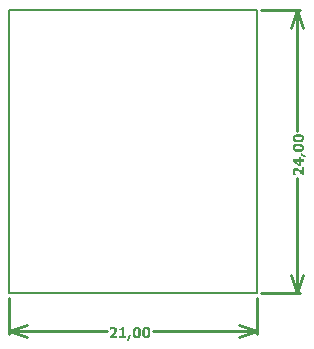
<source format=gm1>
G04*
G04 #@! TF.GenerationSoftware,Altium Limited,Altium Designer,19.1.8 (144)*
G04*
G04 Layer_Color=16711935*
%FSLAX25Y25*%
%MOIN*%
G70*
G01*
G75*
%ADD11C,0.00787*%
%ADD36C,0.01000*%
G36*
X96617Y53069D02*
X96672D01*
X96727Y53064D01*
X96857Y53054D01*
X96992Y53039D01*
X97137Y53019D01*
X97272Y52994D01*
X97277D01*
X97287Y52989D01*
X97307Y52984D01*
X97332Y52979D01*
X97362Y52974D01*
X97397Y52964D01*
X97477Y52934D01*
X97567Y52904D01*
X97667Y52859D01*
X97762Y52814D01*
X97857Y52754D01*
X97862D01*
X97867Y52749D01*
X97897Y52724D01*
X97937Y52689D01*
X97987Y52639D01*
X98047Y52579D01*
X98107Y52504D01*
X98162Y52419D01*
X98212Y52324D01*
Y52319D01*
X98217Y52314D01*
X98222Y52299D01*
X98232Y52279D01*
X98242Y52254D01*
X98252Y52224D01*
X98272Y52144D01*
X98292Y52054D01*
X98312Y51944D01*
X98327Y51819D01*
X98332Y51679D01*
Y51614D01*
X98327Y51584D01*
Y51544D01*
X98317Y51454D01*
X98302Y51354D01*
X98282Y51249D01*
X98252Y51139D01*
X98212Y51034D01*
Y51029D01*
X98207Y51024D01*
X98197Y51009D01*
X98187Y50989D01*
X98162Y50944D01*
X98122Y50879D01*
X98072Y50814D01*
X98007Y50739D01*
X97937Y50669D01*
X97852Y50604D01*
X97847D01*
X97842Y50599D01*
X97827Y50589D01*
X97812Y50579D01*
X97757Y50549D01*
X97692Y50514D01*
X97607Y50474D01*
X97507Y50434D01*
X97392Y50394D01*
X97267Y50364D01*
X97262D01*
X97252Y50359D01*
X97232D01*
X97207Y50354D01*
X97172Y50349D01*
X97132Y50339D01*
X97087Y50334D01*
X97032Y50329D01*
X96977Y50319D01*
X96912Y50314D01*
X96777Y50299D01*
X96622Y50294D01*
X96452Y50289D01*
X96447D01*
X96432D01*
X96407D01*
X96372D01*
X96332D01*
X96282Y50294D01*
X96227D01*
X96167Y50299D01*
X96042Y50304D01*
X95902Y50319D01*
X95767Y50334D01*
X95632Y50359D01*
X95627D01*
X95617Y50364D01*
X95597Y50369D01*
X95577Y50374D01*
X95547Y50384D01*
X95512Y50394D01*
X95432Y50419D01*
X95342Y50454D01*
X95242Y50494D01*
X95142Y50549D01*
X95047Y50609D01*
X95042D01*
X95037Y50619D01*
X95007Y50639D01*
X94967Y50679D01*
X94912Y50729D01*
X94852Y50789D01*
X94792Y50864D01*
X94737Y50949D01*
X94687Y51044D01*
Y51049D01*
X94682Y51054D01*
X94677Y51069D01*
X94667Y51089D01*
X94657Y51119D01*
X94647Y51149D01*
X94627Y51224D01*
X94607Y51314D01*
X94587Y51424D01*
X94572Y51544D01*
X94567Y51679D01*
Y51744D01*
X94572Y51779D01*
Y51814D01*
X94582Y51909D01*
X94597Y52009D01*
X94622Y52119D01*
X94652Y52229D01*
X94692Y52329D01*
Y52334D01*
X94697Y52339D01*
X94707Y52354D01*
X94717Y52374D01*
X94742Y52419D01*
X94782Y52479D01*
X94837Y52549D01*
X94897Y52619D01*
X94972Y52694D01*
X95057Y52759D01*
X95062D01*
X95067Y52764D01*
X95082Y52774D01*
X95102Y52784D01*
X95152Y52814D01*
X95222Y52849D01*
X95307Y52889D01*
X95407Y52929D01*
X95522Y52969D01*
X95647Y52999D01*
X95652D01*
X95662Y53004D01*
X95682D01*
X95707Y53009D01*
X95742Y53019D01*
X95782Y53024D01*
X95827Y53029D01*
X95877Y53039D01*
X95937Y53044D01*
X95997Y53049D01*
X96132Y53064D01*
X96287Y53069D01*
X96452Y53074D01*
X96457D01*
X96472D01*
X96497D01*
X96532D01*
X96572D01*
X96617Y53069D01*
D02*
G37*
G36*
Y49904D02*
X96672D01*
X96727Y49899D01*
X96857Y49889D01*
X96992Y49874D01*
X97137Y49854D01*
X97272Y49829D01*
X97277D01*
X97287Y49824D01*
X97307Y49819D01*
X97332Y49814D01*
X97362Y49809D01*
X97397Y49799D01*
X97477Y49769D01*
X97567Y49739D01*
X97667Y49694D01*
X97762Y49649D01*
X97857Y49589D01*
X97862D01*
X97867Y49584D01*
X97897Y49559D01*
X97937Y49524D01*
X97987Y49474D01*
X98047Y49414D01*
X98107Y49339D01*
X98162Y49254D01*
X98212Y49159D01*
Y49154D01*
X98217Y49149D01*
X98222Y49134D01*
X98232Y49114D01*
X98242Y49089D01*
X98252Y49059D01*
X98272Y48979D01*
X98292Y48889D01*
X98312Y48779D01*
X98327Y48654D01*
X98332Y48514D01*
Y48449D01*
X98327Y48419D01*
Y48379D01*
X98317Y48289D01*
X98302Y48189D01*
X98282Y48084D01*
X98252Y47974D01*
X98212Y47869D01*
Y47864D01*
X98207Y47859D01*
X98197Y47844D01*
X98187Y47824D01*
X98162Y47779D01*
X98122Y47714D01*
X98072Y47649D01*
X98007Y47574D01*
X97937Y47504D01*
X97852Y47439D01*
X97847D01*
X97842Y47434D01*
X97827Y47424D01*
X97812Y47414D01*
X97757Y47384D01*
X97692Y47349D01*
X97607Y47309D01*
X97507Y47269D01*
X97392Y47229D01*
X97267Y47199D01*
X97262D01*
X97252Y47194D01*
X97232D01*
X97207Y47189D01*
X97172Y47184D01*
X97132Y47174D01*
X97087Y47169D01*
X97032Y47164D01*
X96977Y47154D01*
X96912Y47149D01*
X96777Y47134D01*
X96622Y47129D01*
X96452Y47124D01*
X96447D01*
X96432D01*
X96407D01*
X96372D01*
X96332D01*
X96282Y47129D01*
X96227D01*
X96167Y47134D01*
X96042Y47139D01*
X95902Y47154D01*
X95767Y47169D01*
X95632Y47194D01*
X95627D01*
X95617Y47199D01*
X95597Y47204D01*
X95577Y47209D01*
X95547Y47219D01*
X95512Y47229D01*
X95432Y47254D01*
X95342Y47289D01*
X95242Y47329D01*
X95142Y47384D01*
X95047Y47444D01*
X95042D01*
X95037Y47454D01*
X95007Y47474D01*
X94967Y47514D01*
X94912Y47564D01*
X94852Y47624D01*
X94792Y47699D01*
X94737Y47784D01*
X94687Y47879D01*
Y47884D01*
X94682Y47889D01*
X94677Y47904D01*
X94667Y47924D01*
X94657Y47954D01*
X94647Y47984D01*
X94627Y48059D01*
X94607Y48149D01*
X94587Y48259D01*
X94572Y48379D01*
X94567Y48514D01*
Y48579D01*
X94572Y48614D01*
Y48649D01*
X94582Y48744D01*
X94597Y48844D01*
X94622Y48954D01*
X94652Y49064D01*
X94692Y49164D01*
Y49169D01*
X94697Y49174D01*
X94707Y49189D01*
X94717Y49209D01*
X94742Y49254D01*
X94782Y49314D01*
X94837Y49384D01*
X94897Y49454D01*
X94972Y49529D01*
X95057Y49594D01*
X95062D01*
X95067Y49599D01*
X95082Y49609D01*
X95102Y49619D01*
X95152Y49649D01*
X95222Y49684D01*
X95307Y49724D01*
X95407Y49764D01*
X95522Y49804D01*
X95647Y49834D01*
X95652D01*
X95662Y49839D01*
X95682D01*
X95707Y49844D01*
X95742Y49854D01*
X95782Y49859D01*
X95827Y49864D01*
X95877Y49874D01*
X95937Y49879D01*
X95997Y49884D01*
X96132Y49899D01*
X96287Y49904D01*
X96452Y49909D01*
X96457D01*
X96472D01*
X96497D01*
X96532D01*
X96572D01*
X96617Y49904D01*
D02*
G37*
G36*
X99152Y45884D02*
Y45369D01*
X97302Y45844D01*
Y46734D01*
X99152Y45884D01*
D02*
G37*
G36*
X97417Y44789D02*
X98267D01*
Y43909D01*
X97417D01*
Y42324D01*
X96747D01*
X94642Y43879D01*
Y44789D01*
X96767D01*
Y45279D01*
X97417D01*
Y44789D01*
D02*
G37*
G36*
X98257Y39414D02*
X97672D01*
X97667Y39419D01*
X97662Y39429D01*
X97647Y39449D01*
X97627Y39469D01*
X97602Y39499D01*
X97572Y39534D01*
X97507Y39614D01*
X97432Y39709D01*
X97347Y39809D01*
X97257Y39914D01*
X97167Y40019D01*
X97162Y40024D01*
X97157Y40029D01*
X97142Y40044D01*
X97127Y40064D01*
X97082Y40114D01*
X97022Y40179D01*
X96952Y40254D01*
X96872Y40334D01*
X96792Y40414D01*
X96712Y40494D01*
X96707Y40499D01*
X96697Y40504D01*
X96687Y40519D01*
X96667Y40539D01*
X96612Y40584D01*
X96547Y40644D01*
X96467Y40704D01*
X96387Y40769D01*
X96302Y40829D01*
X96222Y40879D01*
X96212Y40884D01*
X96187Y40899D01*
X96142Y40919D01*
X96087Y40939D01*
X96022Y40959D01*
X95952Y40979D01*
X95872Y40994D01*
X95787Y40999D01*
X95782D01*
X95777D01*
X95747D01*
X95697Y40989D01*
X95642Y40979D01*
X95582Y40959D01*
X95517Y40934D01*
X95452Y40894D01*
X95397Y40844D01*
X95392Y40839D01*
X95377Y40819D01*
X95352Y40784D01*
X95327Y40734D01*
X95307Y40674D01*
X95282Y40604D01*
X95267Y40519D01*
X95262Y40424D01*
Y40374D01*
X95267Y40339D01*
X95272Y40299D01*
X95277Y40259D01*
X95297Y40164D01*
Y40159D01*
X95302Y40144D01*
X95312Y40119D01*
X95322Y40084D01*
X95332Y40049D01*
X95352Y40004D01*
X95387Y39914D01*
Y39909D01*
X95397Y39894D01*
X95407Y39869D01*
X95422Y39839D01*
X95457Y39769D01*
X95502Y39699D01*
Y39694D01*
X95512Y39684D01*
X95532Y39654D01*
X95557Y39609D01*
X95582Y39574D01*
Y39504D01*
X94797D01*
X94792Y39509D01*
X94782Y39534D01*
X94767Y39569D01*
X94752Y39619D01*
X94727Y39684D01*
X94702Y39769D01*
X94677Y39864D01*
X94647Y39979D01*
Y39984D01*
X94642Y39994D01*
X94637Y40009D01*
X94632Y40034D01*
X94627Y40064D01*
X94622Y40099D01*
X94607Y40179D01*
X94592Y40274D01*
X94577Y40379D01*
X94572Y40489D01*
X94567Y40604D01*
Y40664D01*
X94572Y40709D01*
X94577Y40764D01*
X94582Y40824D01*
X94592Y40894D01*
X94602Y40969D01*
X94637Y41124D01*
X94662Y41209D01*
X94687Y41289D01*
X94722Y41369D01*
X94762Y41444D01*
X94807Y41514D01*
X94857Y41579D01*
X94862Y41584D01*
X94872Y41594D01*
X94887Y41609D01*
X94907Y41634D01*
X94937Y41659D01*
X94972Y41684D01*
X95017Y41714D01*
X95062Y41749D01*
X95117Y41779D01*
X95177Y41809D01*
X95247Y41834D01*
X95317Y41864D01*
X95392Y41884D01*
X95477Y41899D01*
X95567Y41909D01*
X95662Y41914D01*
X95667D01*
X95677D01*
X95692D01*
X95717D01*
X95747Y41909D01*
X95782Y41904D01*
X95862Y41894D01*
X95962Y41874D01*
X96067Y41849D01*
X96182Y41809D01*
X96297Y41759D01*
X96302D01*
X96312Y41754D01*
X96327Y41744D01*
X96352Y41729D01*
X96377Y41714D01*
X96412Y41694D01*
X96492Y41639D01*
X96592Y41569D01*
X96702Y41484D01*
X96822Y41379D01*
X96952Y41259D01*
X96962Y41249D01*
X96987Y41224D01*
X97032Y41179D01*
X97082Y41124D01*
X97142Y41059D01*
X97207Y40989D01*
X97342Y40834D01*
X97347Y40824D01*
X97367Y40799D01*
X97397Y40764D01*
X97432Y40719D01*
X97512Y40619D01*
X97547Y40574D01*
X97577Y40534D01*
Y42074D01*
X98257D01*
Y39414D01*
D02*
G37*
G36*
X38424Y-14261D02*
X39169D01*
Y-14891D01*
X36784D01*
Y-14261D01*
X37544D01*
Y-12351D01*
X36784D01*
Y-11761D01*
X36844D01*
X36889Y-11756D01*
X36939D01*
X36994Y-11751D01*
X37114Y-11741D01*
X37119D01*
X37144Y-11736D01*
X37174Y-11731D01*
X37209Y-11726D01*
X37294Y-11701D01*
X37339Y-11686D01*
X37379Y-11671D01*
X37384Y-11666D01*
X37399Y-11661D01*
X37419Y-11646D01*
X37444Y-11631D01*
X37504Y-11581D01*
X37559Y-11516D01*
X37564Y-11511D01*
X37569Y-11496D01*
X37579Y-11476D01*
X37594Y-11446D01*
X37604Y-11411D01*
X37614Y-11366D01*
X37624Y-11321D01*
X37629Y-11266D01*
X38424D01*
Y-14261D01*
D02*
G37*
G36*
X34804Y-11206D02*
X34859Y-11211D01*
X34919Y-11216D01*
X34989Y-11226D01*
X35064Y-11236D01*
X35219Y-11271D01*
X35304Y-11296D01*
X35384Y-11321D01*
X35464Y-11356D01*
X35539Y-11396D01*
X35609Y-11441D01*
X35674Y-11491D01*
X35679Y-11496D01*
X35689Y-11506D01*
X35704Y-11521D01*
X35729Y-11541D01*
X35754Y-11571D01*
X35779Y-11606D01*
X35809Y-11651D01*
X35844Y-11696D01*
X35874Y-11751D01*
X35904Y-11811D01*
X35929Y-11881D01*
X35959Y-11951D01*
X35979Y-12026D01*
X35994Y-12111D01*
X36004Y-12201D01*
X36009Y-12296D01*
Y-12301D01*
Y-12311D01*
Y-12326D01*
Y-12351D01*
X36004Y-12381D01*
X35999Y-12416D01*
X35989Y-12496D01*
X35969Y-12596D01*
X35944Y-12701D01*
X35904Y-12816D01*
X35854Y-12931D01*
Y-12936D01*
X35849Y-12946D01*
X35839Y-12961D01*
X35824Y-12986D01*
X35809Y-13011D01*
X35789Y-13046D01*
X35734Y-13126D01*
X35664Y-13226D01*
X35579Y-13336D01*
X35474Y-13456D01*
X35354Y-13586D01*
X35344Y-13596D01*
X35319Y-13621D01*
X35274Y-13666D01*
X35219Y-13716D01*
X35154Y-13776D01*
X35084Y-13841D01*
X34929Y-13976D01*
X34919Y-13981D01*
X34894Y-14001D01*
X34859Y-14031D01*
X34814Y-14066D01*
X34714Y-14146D01*
X34669Y-14181D01*
X34629Y-14211D01*
X36169D01*
Y-14891D01*
X33509D01*
Y-14306D01*
X33514Y-14301D01*
X33524Y-14296D01*
X33544Y-14281D01*
X33564Y-14261D01*
X33594Y-14236D01*
X33629Y-14206D01*
X33709Y-14141D01*
X33804Y-14066D01*
X33904Y-13981D01*
X34009Y-13891D01*
X34114Y-13801D01*
X34119Y-13796D01*
X34124Y-13791D01*
X34139Y-13776D01*
X34159Y-13761D01*
X34209Y-13716D01*
X34274Y-13656D01*
X34349Y-13586D01*
X34429Y-13506D01*
X34509Y-13426D01*
X34589Y-13346D01*
X34594Y-13341D01*
X34599Y-13331D01*
X34614Y-13321D01*
X34634Y-13301D01*
X34679Y-13246D01*
X34739Y-13181D01*
X34799Y-13101D01*
X34864Y-13021D01*
X34924Y-12936D01*
X34974Y-12856D01*
X34979Y-12846D01*
X34994Y-12821D01*
X35014Y-12776D01*
X35034Y-12721D01*
X35054Y-12656D01*
X35074Y-12586D01*
X35089Y-12506D01*
X35094Y-12421D01*
Y-12416D01*
Y-12411D01*
Y-12381D01*
X35084Y-12331D01*
X35074Y-12276D01*
X35054Y-12216D01*
X35029Y-12151D01*
X34989Y-12086D01*
X34939Y-12031D01*
X34934Y-12026D01*
X34914Y-12011D01*
X34879Y-11986D01*
X34829Y-11961D01*
X34769Y-11941D01*
X34699Y-11916D01*
X34614Y-11901D01*
X34519Y-11896D01*
X34469D01*
X34434Y-11901D01*
X34394Y-11906D01*
X34354Y-11911D01*
X34259Y-11931D01*
X34254D01*
X34239Y-11936D01*
X34214Y-11946D01*
X34179Y-11956D01*
X34144Y-11966D01*
X34099Y-11986D01*
X34009Y-12021D01*
X34004D01*
X33989Y-12031D01*
X33964Y-12041D01*
X33934Y-12056D01*
X33864Y-12091D01*
X33794Y-12136D01*
X33789D01*
X33779Y-12146D01*
X33749Y-12166D01*
X33704Y-12191D01*
X33669Y-12216D01*
X33599D01*
Y-11431D01*
X33604Y-11426D01*
X33629Y-11416D01*
X33664Y-11401D01*
X33714Y-11386D01*
X33779Y-11361D01*
X33864Y-11336D01*
X33959Y-11311D01*
X34074Y-11281D01*
X34079D01*
X34089Y-11276D01*
X34104Y-11271D01*
X34129Y-11266D01*
X34159Y-11261D01*
X34194Y-11256D01*
X34274Y-11241D01*
X34369Y-11226D01*
X34474Y-11211D01*
X34584Y-11206D01*
X34699Y-11201D01*
X34759D01*
X34804Y-11206D01*
D02*
G37*
G36*
X45874D02*
X45909D01*
X46004Y-11216D01*
X46104Y-11231D01*
X46214Y-11256D01*
X46324Y-11286D01*
X46424Y-11326D01*
X46429D01*
X46434Y-11331D01*
X46449Y-11341D01*
X46469Y-11351D01*
X46514Y-11376D01*
X46574Y-11416D01*
X46644Y-11471D01*
X46714Y-11531D01*
X46789Y-11606D01*
X46854Y-11691D01*
Y-11696D01*
X46859Y-11701D01*
X46869Y-11716D01*
X46879Y-11736D01*
X46909Y-11786D01*
X46944Y-11856D01*
X46984Y-11941D01*
X47024Y-12041D01*
X47064Y-12156D01*
X47094Y-12281D01*
Y-12286D01*
X47099Y-12296D01*
Y-12316D01*
X47104Y-12341D01*
X47114Y-12376D01*
X47119Y-12416D01*
X47124Y-12461D01*
X47134Y-12511D01*
X47139Y-12571D01*
X47144Y-12631D01*
X47159Y-12766D01*
X47164Y-12921D01*
X47169Y-13086D01*
Y-13091D01*
Y-13106D01*
Y-13131D01*
Y-13166D01*
Y-13206D01*
X47164Y-13251D01*
Y-13306D01*
X47159Y-13361D01*
X47149Y-13491D01*
X47134Y-13626D01*
X47114Y-13771D01*
X47089Y-13906D01*
Y-13911D01*
X47084Y-13921D01*
X47079Y-13941D01*
X47074Y-13966D01*
X47069Y-13996D01*
X47059Y-14031D01*
X47029Y-14111D01*
X46999Y-14201D01*
X46954Y-14301D01*
X46909Y-14396D01*
X46849Y-14491D01*
Y-14496D01*
X46844Y-14501D01*
X46819Y-14531D01*
X46784Y-14571D01*
X46734Y-14621D01*
X46674Y-14681D01*
X46599Y-14741D01*
X46514Y-14796D01*
X46419Y-14846D01*
X46414D01*
X46409Y-14851D01*
X46394Y-14856D01*
X46374Y-14866D01*
X46349Y-14876D01*
X46319Y-14886D01*
X46239Y-14906D01*
X46149Y-14926D01*
X46039Y-14946D01*
X45914Y-14961D01*
X45774Y-14966D01*
X45709D01*
X45679Y-14961D01*
X45639D01*
X45549Y-14951D01*
X45449Y-14936D01*
X45344Y-14916D01*
X45234Y-14886D01*
X45129Y-14846D01*
X45124D01*
X45119Y-14841D01*
X45104Y-14831D01*
X45084Y-14821D01*
X45039Y-14796D01*
X44974Y-14756D01*
X44909Y-14706D01*
X44834Y-14641D01*
X44764Y-14571D01*
X44699Y-14486D01*
Y-14481D01*
X44694Y-14476D01*
X44684Y-14461D01*
X44674Y-14446D01*
X44644Y-14391D01*
X44609Y-14326D01*
X44569Y-14241D01*
X44529Y-14141D01*
X44489Y-14026D01*
X44459Y-13901D01*
Y-13896D01*
X44454Y-13886D01*
Y-13866D01*
X44449Y-13841D01*
X44444Y-13806D01*
X44434Y-13766D01*
X44429Y-13721D01*
X44424Y-13666D01*
X44414Y-13611D01*
X44409Y-13546D01*
X44394Y-13411D01*
X44389Y-13256D01*
X44384Y-13086D01*
Y-13081D01*
Y-13066D01*
Y-13041D01*
Y-13006D01*
Y-12966D01*
X44389Y-12916D01*
Y-12861D01*
X44394Y-12801D01*
X44399Y-12676D01*
X44414Y-12536D01*
X44429Y-12401D01*
X44454Y-12266D01*
Y-12261D01*
X44459Y-12251D01*
X44464Y-12231D01*
X44469Y-12211D01*
X44479Y-12181D01*
X44489Y-12146D01*
X44514Y-12066D01*
X44549Y-11976D01*
X44589Y-11876D01*
X44644Y-11776D01*
X44704Y-11681D01*
Y-11676D01*
X44714Y-11671D01*
X44734Y-11641D01*
X44774Y-11601D01*
X44824Y-11546D01*
X44884Y-11486D01*
X44959Y-11426D01*
X45044Y-11371D01*
X45139Y-11321D01*
X45144D01*
X45149Y-11316D01*
X45164Y-11311D01*
X45184Y-11301D01*
X45214Y-11291D01*
X45244Y-11281D01*
X45319Y-11261D01*
X45409Y-11241D01*
X45519Y-11221D01*
X45639Y-11206D01*
X45774Y-11201D01*
X45839D01*
X45874Y-11206D01*
D02*
G37*
G36*
X42709D02*
X42744D01*
X42839Y-11216D01*
X42939Y-11231D01*
X43049Y-11256D01*
X43159Y-11286D01*
X43259Y-11326D01*
X43264D01*
X43269Y-11331D01*
X43284Y-11341D01*
X43304Y-11351D01*
X43349Y-11376D01*
X43409Y-11416D01*
X43479Y-11471D01*
X43549Y-11531D01*
X43624Y-11606D01*
X43689Y-11691D01*
Y-11696D01*
X43694Y-11701D01*
X43704Y-11716D01*
X43714Y-11736D01*
X43744Y-11786D01*
X43779Y-11856D01*
X43819Y-11941D01*
X43859Y-12041D01*
X43899Y-12156D01*
X43929Y-12281D01*
Y-12286D01*
X43934Y-12296D01*
Y-12316D01*
X43939Y-12341D01*
X43949Y-12376D01*
X43954Y-12416D01*
X43959Y-12461D01*
X43969Y-12511D01*
X43974Y-12571D01*
X43979Y-12631D01*
X43994Y-12766D01*
X43999Y-12921D01*
X44004Y-13086D01*
Y-13091D01*
Y-13106D01*
Y-13131D01*
Y-13166D01*
Y-13206D01*
X43999Y-13251D01*
Y-13306D01*
X43994Y-13361D01*
X43984Y-13491D01*
X43969Y-13626D01*
X43949Y-13771D01*
X43924Y-13906D01*
Y-13911D01*
X43919Y-13921D01*
X43914Y-13941D01*
X43909Y-13966D01*
X43904Y-13996D01*
X43894Y-14031D01*
X43864Y-14111D01*
X43834Y-14201D01*
X43789Y-14301D01*
X43744Y-14396D01*
X43684Y-14491D01*
Y-14496D01*
X43679Y-14501D01*
X43654Y-14531D01*
X43619Y-14571D01*
X43569Y-14621D01*
X43509Y-14681D01*
X43434Y-14741D01*
X43349Y-14796D01*
X43254Y-14846D01*
X43249D01*
X43244Y-14851D01*
X43229Y-14856D01*
X43209Y-14866D01*
X43184Y-14876D01*
X43154Y-14886D01*
X43074Y-14906D01*
X42984Y-14926D01*
X42874Y-14946D01*
X42749Y-14961D01*
X42609Y-14966D01*
X42544D01*
X42514Y-14961D01*
X42474D01*
X42384Y-14951D01*
X42284Y-14936D01*
X42179Y-14916D01*
X42069Y-14886D01*
X41964Y-14846D01*
X41959D01*
X41954Y-14841D01*
X41939Y-14831D01*
X41919Y-14821D01*
X41874Y-14796D01*
X41809Y-14756D01*
X41744Y-14706D01*
X41669Y-14641D01*
X41599Y-14571D01*
X41534Y-14486D01*
Y-14481D01*
X41529Y-14476D01*
X41519Y-14461D01*
X41509Y-14446D01*
X41479Y-14391D01*
X41444Y-14326D01*
X41404Y-14241D01*
X41364Y-14141D01*
X41324Y-14026D01*
X41294Y-13901D01*
Y-13896D01*
X41289Y-13886D01*
Y-13866D01*
X41284Y-13841D01*
X41279Y-13806D01*
X41269Y-13766D01*
X41264Y-13721D01*
X41259Y-13666D01*
X41249Y-13611D01*
X41244Y-13546D01*
X41229Y-13411D01*
X41224Y-13256D01*
X41219Y-13086D01*
Y-13081D01*
Y-13066D01*
Y-13041D01*
Y-13006D01*
Y-12966D01*
X41224Y-12916D01*
Y-12861D01*
X41229Y-12801D01*
X41234Y-12676D01*
X41249Y-12536D01*
X41264Y-12401D01*
X41289Y-12266D01*
Y-12261D01*
X41294Y-12251D01*
X41299Y-12231D01*
X41304Y-12211D01*
X41314Y-12181D01*
X41324Y-12146D01*
X41349Y-12066D01*
X41384Y-11976D01*
X41424Y-11876D01*
X41479Y-11776D01*
X41539Y-11681D01*
Y-11676D01*
X41549Y-11671D01*
X41569Y-11641D01*
X41609Y-11601D01*
X41659Y-11546D01*
X41719Y-11486D01*
X41794Y-11426D01*
X41879Y-11371D01*
X41974Y-11321D01*
X41979D01*
X41984Y-11316D01*
X41999Y-11311D01*
X42019Y-11301D01*
X42049Y-11291D01*
X42079Y-11281D01*
X42154Y-11261D01*
X42244Y-11241D01*
X42354Y-11221D01*
X42474Y-11206D01*
X42609Y-11201D01*
X42674D01*
X42709Y-11206D01*
D02*
G37*
G36*
X39979Y-15786D02*
X39464D01*
X39939Y-13936D01*
X40829D01*
X39979Y-15786D01*
D02*
G37*
%LPC*%
G36*
X96572Y52164D02*
X96452D01*
X96442D01*
X96422D01*
X96387D01*
X96342D01*
X96287Y52159D01*
X96222D01*
X96157Y52154D01*
X96082Y52149D01*
X95922Y52134D01*
X95767Y52114D01*
X95692Y52104D01*
X95627Y52089D01*
X95562Y52069D01*
X95507Y52049D01*
X95502D01*
X95497Y52044D01*
X95462Y52029D01*
X95422Y51999D01*
X95367Y51964D01*
X95317Y51909D01*
X95277Y51849D01*
X95242Y51769D01*
X95237Y51724D01*
X95232Y51679D01*
Y51669D01*
X95237Y51639D01*
X95247Y51589D01*
X95267Y51534D01*
X95297Y51474D01*
X95347Y51414D01*
X95377Y51384D01*
X95417Y51359D01*
X95457Y51329D01*
X95507Y51309D01*
X95512D01*
X95522Y51304D01*
X95537Y51299D01*
X95562Y51294D01*
X95592Y51284D01*
X95627Y51274D01*
X95672Y51264D01*
X95727Y51254D01*
X95787Y51244D01*
X95857Y51234D01*
X95932Y51224D01*
X96017Y51214D01*
X96112Y51209D01*
X96217Y51204D01*
X96332Y51199D01*
X96452D01*
X96457D01*
X96482D01*
X96517D01*
X96562D01*
X96612Y51204D01*
X96677D01*
X96747Y51209D01*
X96817Y51214D01*
X96972Y51224D01*
X97127Y51244D01*
X97202Y51259D01*
X97272Y51274D01*
X97337Y51289D01*
X97392Y51309D01*
X97397D01*
X97402Y51314D01*
X97437Y51329D01*
X97477Y51359D01*
X97527Y51399D01*
X97582Y51449D01*
X97622Y51514D01*
X97657Y51589D01*
X97662Y51634D01*
X97667Y51679D01*
Y51689D01*
X97662Y51724D01*
X97652Y51769D01*
X97632Y51824D01*
X97602Y51884D01*
X97552Y51944D01*
X97517Y51974D01*
X97482Y52004D01*
X97442Y52029D01*
X97392Y52049D01*
X97387D01*
X97377Y52054D01*
X97362Y52059D01*
X97337Y52069D01*
X97307Y52074D01*
X97272Y52084D01*
X97222Y52094D01*
X97172Y52109D01*
X97112Y52119D01*
X97042Y52129D01*
X96967Y52139D01*
X96877Y52144D01*
X96787Y52154D01*
X96682Y52159D01*
X96572Y52164D01*
D02*
G37*
G36*
Y48999D02*
X96452D01*
X96442D01*
X96422D01*
X96387D01*
X96342D01*
X96287Y48994D01*
X96222D01*
X96157Y48989D01*
X96082Y48984D01*
X95922Y48969D01*
X95767Y48949D01*
X95692Y48939D01*
X95627Y48924D01*
X95562Y48904D01*
X95507Y48884D01*
X95502D01*
X95497Y48879D01*
X95462Y48864D01*
X95422Y48834D01*
X95367Y48799D01*
X95317Y48744D01*
X95277Y48684D01*
X95242Y48604D01*
X95237Y48559D01*
X95232Y48514D01*
Y48504D01*
X95237Y48474D01*
X95247Y48424D01*
X95267Y48369D01*
X95297Y48309D01*
X95347Y48249D01*
X95377Y48219D01*
X95417Y48194D01*
X95457Y48164D01*
X95507Y48144D01*
X95512D01*
X95522Y48139D01*
X95537Y48134D01*
X95562Y48129D01*
X95592Y48119D01*
X95627Y48109D01*
X95672Y48099D01*
X95727Y48089D01*
X95787Y48079D01*
X95857Y48069D01*
X95932Y48059D01*
X96017Y48049D01*
X96112Y48044D01*
X96217Y48039D01*
X96332Y48034D01*
X96452D01*
X96457D01*
X96482D01*
X96517D01*
X96562D01*
X96612Y48039D01*
X96677D01*
X96747Y48044D01*
X96817Y48049D01*
X96972Y48059D01*
X97127Y48079D01*
X97202Y48094D01*
X97272Y48109D01*
X97337Y48124D01*
X97392Y48144D01*
X97397D01*
X97402Y48149D01*
X97437Y48164D01*
X97477Y48194D01*
X97527Y48234D01*
X97582Y48284D01*
X97622Y48349D01*
X97657Y48424D01*
X97662Y48469D01*
X97667Y48514D01*
Y48524D01*
X97662Y48559D01*
X97652Y48604D01*
X97632Y48659D01*
X97602Y48719D01*
X97552Y48779D01*
X97517Y48809D01*
X97482Y48839D01*
X97442Y48864D01*
X97392Y48884D01*
X97387D01*
X97377Y48889D01*
X97362Y48894D01*
X97337Y48904D01*
X97307Y48909D01*
X97272Y48919D01*
X97222Y48929D01*
X97172Y48944D01*
X97112Y48954D01*
X97042Y48964D01*
X96967Y48974D01*
X96877Y48979D01*
X96787Y48989D01*
X96682Y48994D01*
X96572Y48999D01*
D02*
G37*
G36*
X96767Y43909D02*
X95537D01*
X96767Y42994D01*
Y43909D01*
D02*
G37*
G36*
X45774Y-11866D02*
X45764D01*
X45734Y-11871D01*
X45684Y-11881D01*
X45629Y-11901D01*
X45569Y-11931D01*
X45509Y-11981D01*
X45479Y-12011D01*
X45454Y-12051D01*
X45424Y-12091D01*
X45404Y-12141D01*
Y-12146D01*
X45399Y-12156D01*
X45394Y-12171D01*
X45389Y-12196D01*
X45379Y-12226D01*
X45369Y-12261D01*
X45359Y-12306D01*
X45349Y-12361D01*
X45339Y-12421D01*
X45329Y-12491D01*
X45319Y-12566D01*
X45309Y-12651D01*
X45304Y-12746D01*
X45299Y-12851D01*
X45294Y-12966D01*
Y-13086D01*
Y-13091D01*
Y-13116D01*
Y-13151D01*
Y-13196D01*
X45299Y-13246D01*
Y-13311D01*
X45304Y-13381D01*
X45309Y-13451D01*
X45319Y-13606D01*
X45339Y-13761D01*
X45354Y-13836D01*
X45369Y-13906D01*
X45384Y-13971D01*
X45404Y-14026D01*
Y-14031D01*
X45409Y-14036D01*
X45424Y-14071D01*
X45454Y-14111D01*
X45494Y-14161D01*
X45544Y-14216D01*
X45609Y-14256D01*
X45684Y-14291D01*
X45729Y-14296D01*
X45774Y-14301D01*
X45784D01*
X45819Y-14296D01*
X45864Y-14286D01*
X45919Y-14266D01*
X45979Y-14236D01*
X46039Y-14186D01*
X46069Y-14151D01*
X46099Y-14116D01*
X46124Y-14076D01*
X46144Y-14026D01*
Y-14021D01*
X46149Y-14011D01*
X46154Y-13996D01*
X46164Y-13971D01*
X46169Y-13941D01*
X46179Y-13906D01*
X46189Y-13856D01*
X46204Y-13806D01*
X46214Y-13746D01*
X46224Y-13676D01*
X46234Y-13601D01*
X46239Y-13511D01*
X46249Y-13421D01*
X46254Y-13316D01*
X46259Y-13206D01*
Y-13086D01*
Y-13076D01*
Y-13056D01*
Y-13021D01*
Y-12976D01*
X46254Y-12921D01*
Y-12856D01*
X46249Y-12791D01*
X46244Y-12716D01*
X46229Y-12556D01*
X46209Y-12401D01*
X46199Y-12326D01*
X46184Y-12261D01*
X46164Y-12196D01*
X46144Y-12141D01*
Y-12136D01*
X46139Y-12131D01*
X46124Y-12096D01*
X46094Y-12056D01*
X46059Y-12001D01*
X46004Y-11951D01*
X45944Y-11911D01*
X45864Y-11876D01*
X45819Y-11871D01*
X45774Y-11866D01*
D02*
G37*
G36*
X42609D02*
X42599D01*
X42569Y-11871D01*
X42519Y-11881D01*
X42464Y-11901D01*
X42404Y-11931D01*
X42344Y-11981D01*
X42314Y-12011D01*
X42289Y-12051D01*
X42259Y-12091D01*
X42239Y-12141D01*
Y-12146D01*
X42234Y-12156D01*
X42229Y-12171D01*
X42224Y-12196D01*
X42214Y-12226D01*
X42204Y-12261D01*
X42194Y-12306D01*
X42184Y-12361D01*
X42174Y-12421D01*
X42164Y-12491D01*
X42154Y-12566D01*
X42144Y-12651D01*
X42139Y-12746D01*
X42134Y-12851D01*
X42129Y-12966D01*
Y-13086D01*
Y-13091D01*
Y-13116D01*
Y-13151D01*
Y-13196D01*
X42134Y-13246D01*
Y-13311D01*
X42139Y-13381D01*
X42144Y-13451D01*
X42154Y-13606D01*
X42174Y-13761D01*
X42189Y-13836D01*
X42204Y-13906D01*
X42219Y-13971D01*
X42239Y-14026D01*
Y-14031D01*
X42244Y-14036D01*
X42259Y-14071D01*
X42289Y-14111D01*
X42329Y-14161D01*
X42379Y-14216D01*
X42444Y-14256D01*
X42519Y-14291D01*
X42564Y-14296D01*
X42609Y-14301D01*
X42619D01*
X42654Y-14296D01*
X42699Y-14286D01*
X42754Y-14266D01*
X42814Y-14236D01*
X42874Y-14186D01*
X42904Y-14151D01*
X42934Y-14116D01*
X42959Y-14076D01*
X42979Y-14026D01*
Y-14021D01*
X42984Y-14011D01*
X42989Y-13996D01*
X42999Y-13971D01*
X43004Y-13941D01*
X43014Y-13906D01*
X43024Y-13856D01*
X43039Y-13806D01*
X43049Y-13746D01*
X43059Y-13676D01*
X43069Y-13601D01*
X43074Y-13511D01*
X43084Y-13421D01*
X43089Y-13316D01*
X43094Y-13206D01*
Y-13086D01*
Y-13076D01*
Y-13056D01*
Y-13021D01*
Y-12976D01*
X43089Y-12921D01*
Y-12856D01*
X43084Y-12791D01*
X43079Y-12716D01*
X43064Y-12556D01*
X43044Y-12401D01*
X43034Y-12326D01*
X43019Y-12261D01*
X42999Y-12196D01*
X42979Y-12141D01*
Y-12136D01*
X42974Y-12131D01*
X42959Y-12096D01*
X42929Y-12056D01*
X42894Y-12001D01*
X42839Y-11951D01*
X42779Y-11911D01*
X42699Y-11876D01*
X42654Y-11871D01*
X42609Y-11866D01*
D02*
G37*
%LPD*%
D11*
X0Y94488D02*
X82677Y94488D01*
Y0D02*
Y94488D01*
X0Y0D02*
X82677D01*
X0D02*
Y94488D01*
D36*
X95965D02*
X97965Y88488D01*
X93965D02*
X95965Y94488D01*
X93965Y6000D02*
X95965Y0D01*
X97965Y6000D01*
X95965Y54074D02*
Y94488D01*
Y0D02*
Y38414D01*
X84071Y94488D02*
X96965D01*
X84071Y0D02*
X96965D01*
X0Y-12598D02*
X6000Y-10598D01*
X0Y-12598D02*
X6000Y-14598D01*
X76677D02*
X82677Y-12598D01*
X76677Y-10598D02*
X82677Y-12598D01*
X0D02*
X32509D01*
X48169D02*
X82677D01*
X0Y-13598D02*
Y-1394D01*
X82677Y-13598D02*
Y-1394D01*
M02*

</source>
